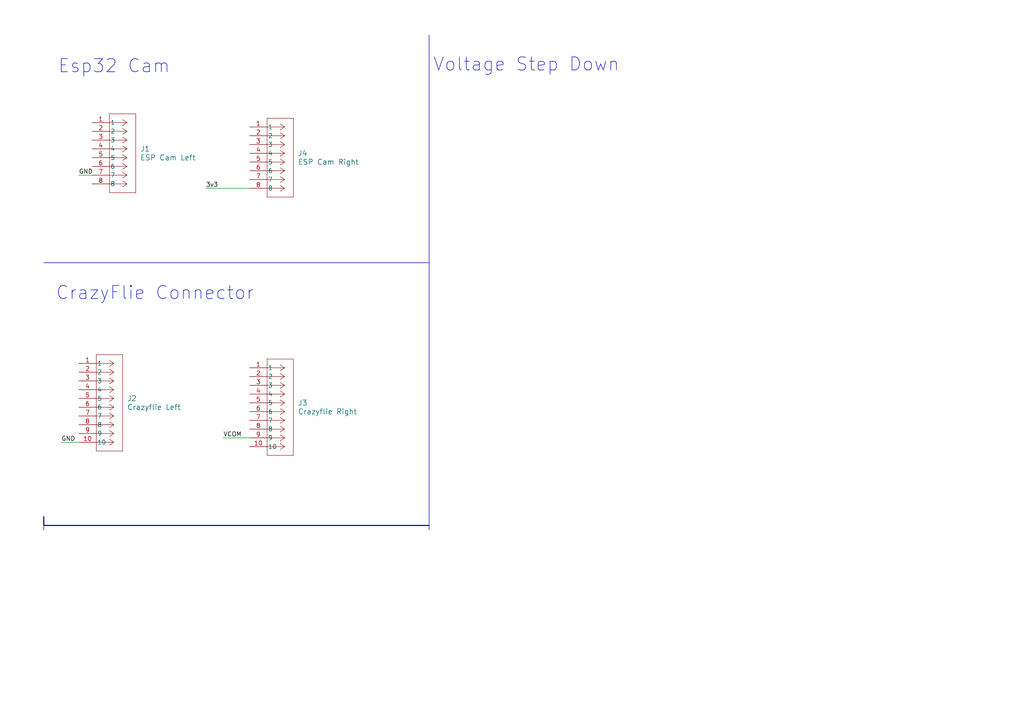
<source format=kicad_sch>
(kicad_sch (version 20231120) (generator "eeschema") (generator_version "8.0")
  (paper "A4")
  (lib_symbols
    (symbol "2024-03-30_19-43-28:NPTC081KFXC-RC" (pin_names (offset 0.254))
      (property "Reference" "J" (at 8.89 6.35 0))
      (property "Value" "NPTC081KFXC-RC" (at 0 0 0))
      (symbol "NPTC081KFXC-RC_1_1"
        (polyline (pts (xy 5.08 -20.32) (xy 12.7 -20.32)) (stroke (width 0.127)))
        (polyline (pts (xy 5.08 2.54) (xy 5.08 -20.32)) (stroke (width 0.127)))
        (polyline (pts (xy 10.16 -17.78) (xy 5.08 -17.78)) (stroke (width 0.127)))
        (polyline (pts (xy 10.16 -17.78) (xy 8.89 -18.6267)) (stroke (width 0.127)))
        (polyline (pts (xy 10.16 -17.78) (xy 8.89 -16.9333)) (stroke (width 0.127)))
        (polyline (pts (xy 10.16 -15.24) (xy 5.08 -15.24)) (stroke (width 0.127)))
        (polyline (pts (xy 10.16 -15.24) (xy 8.89 -16.0867)) (stroke (width 0.127)))
        (polyline (pts (xy 10.16 -15.24) (xy 8.89 -14.3933)) (stroke (width 0.127)))
        (polyline (pts (xy 10.16 -12.7) (xy 5.08 -12.7)) (stroke (width 0.127)))
        (polyline (pts (xy 10.16 -12.7) (xy 8.89 -13.5467)) (stroke (width 0.127)))
        (polyline (pts (xy 10.16 -12.7) (xy 8.89 -11.8533)) (stroke (width 0.127)))
        (polyline (pts (xy 10.16 -10.16) (xy 5.08 -10.16)) (stroke (width 0.127)))
        (polyline (pts (xy 10.16 -10.16) (xy 8.89 -11.0067)) (stroke (width 0.127)))
        (polyline (pts (xy 10.16 -10.16) (xy 8.89 -9.3133)) (stroke (width 0.127)))
        (polyline (pts (xy 10.16 -7.62) (xy 5.08 -7.62)) (stroke (width 0.127)))
        (polyline (pts (xy 10.16 -7.62) (xy 8.89 -8.4667)) (stroke (width 0.127)))
        (polyline (pts (xy 10.16 -7.62) (xy 8.89 -6.7733)) (stroke (width 0.127)))
        (polyline (pts (xy 10.16 -5.08) (xy 5.08 -5.08)) (stroke (width 0.127)))
        (polyline (pts (xy 10.16 -5.08) (xy 8.89 -5.9267)) (stroke (width 0.127)))
        (polyline (pts (xy 10.16 -5.08) (xy 8.89 -4.2333)) (stroke (width 0.127)))
        (polyline (pts (xy 10.16 -2.54) (xy 5.08 -2.54)) (stroke (width 0.127)))
        (polyline (pts (xy 10.16 -2.54) (xy 8.89 -3.3867)) (stroke (width 0.127)))
        (polyline (pts (xy 10.16 -2.54) (xy 8.89 -1.6933)) (stroke (width 0.127)))
        (polyline (pts (xy 10.16 0) (xy 5.08 0)) (stroke (width 0.127)))
        (polyline (pts (xy 10.16 0) (xy 8.89 -0.8467)) (stroke (width 0.127)))
        (polyline (pts (xy 10.16 0) (xy 8.89 0.8467)) (stroke (width 0.127)))
        (polyline (pts (xy 12.7 -20.32) (xy 12.7 2.54)) (stroke (width 0.127)))
        (polyline (pts (xy 12.7 2.54) (xy 5.08 2.54)) (stroke (width 0.127)))
        (pin unspecified line (at 0 0 0) (length 5.08) (name "1") (number "1"))
        (pin unspecified line (at 0 -2.54 0) (length 5.08) (name "2") (number "2"))
        (pin unspecified line (at 0 -5.08 0) (length 5.08) (name "3") (number "3"))
        (pin unspecified line (at 0 -7.62 0) (length 5.08) (name "4") (number "4"))
        (pin unspecified line (at 0 -10.16 0) (length 5.08) (name "5") (number "5"))
        (pin unspecified line (at 0 -12.7 0) (length 5.08) (name "6") (number "6"))
        (pin unspecified line (at 0 -15.24 0) (length 5.08) (name "7") (number "7"))
        (pin unspecified line (at 0 -17.78 0) (length 5.08) (name "8") (number "8"))
      )
      (symbol "NPTC081KFXC-RC_1_2"
        (polyline (pts (xy 5.08 -20.32) (xy 12.7 -20.32)) (stroke (width 0.127)))
        (polyline (pts (xy 5.08 2.54) (xy 5.08 -20.32)) (stroke (width 0.127)))
        (polyline (pts (xy 7.62 -17.78) (xy 5.08 -17.78)) (stroke (width 0.127)))
        (polyline (pts (xy 7.62 -17.78) (xy 8.89 -18.6267)) (stroke (width 0.127)))
        (polyline (pts (xy 7.62 -17.78) (xy 8.89 -16.9333)) (stroke (width 0.127)))
        (polyline (pts (xy 7.62 -15.24) (xy 5.08 -15.24)) (stroke (width 0.127)))
        (polyline (pts (xy 7.62 -15.24) (xy 8.89 -16.0867)) (stroke (width 0.127)))
        (polyline (pts (xy 7.62 -15.24) (xy 8.89 -14.3933)) (stroke (width 0.127)))
        (polyline (pts (xy 7.62 -12.7) (xy 5.08 -12.7)) (stroke (width 0.127)))
        (polyline (pts (xy 7.62 -12.7) (xy 8.89 -13.5467)) (stroke (width 0.127)))
        (polyline (pts (xy 7.62 -12.7) (xy 8.89 -11.8533)) (stroke (width 0.127)))
        (polyline (pts (xy 7.62 -10.16) (xy 5.08 -10.16)) (stroke (width 0.127)))
        (polyline (pts (xy 7.62 -10.16) (xy 8.89 -11.0067)) (stroke (width 0.127)))
        (polyline (pts (xy 7.62 -10.16) (xy 8.89 -9.3133)) (stroke (width 0.127)))
        (polyline (pts (xy 7.62 -7.62) (xy 5.08 -7.62)) (stroke (width 0.127)))
        (polyline (pts (xy 7.62 -7.62) (xy 8.89 -8.4667)) (stroke (width 0.127)))
        (polyline (pts (xy 7.62 -7.62) (xy 8.89 -6.7733)) (stroke (width 0.127)))
        (polyline (pts (xy 7.62 -5.08) (xy 5.08 -5.08)) (stroke (width 0.127)))
        (polyline (pts (xy 7.62 -5.08) (xy 8.89 -5.9267)) (stroke (width 0.127)))
        (polyline (pts (xy 7.62 -5.08) (xy 8.89 -4.2333)) (stroke (width 0.127)))
        (polyline (pts (xy 7.62 -2.54) (xy 5.08 -2.54)) (stroke (width 0.127)))
        (polyline (pts (xy 7.62 -2.54) (xy 8.89 -3.3867)) (stroke (width 0.127)))
        (polyline (pts (xy 7.62 -2.54) (xy 8.89 -1.6933)) (stroke (width 0.127)))
        (polyline (pts (xy 7.62 0) (xy 5.08 0)) (stroke (width 0.127)))
        (polyline (pts (xy 7.62 0) (xy 8.89 -0.8467)) (stroke (width 0.127)))
        (polyline (pts (xy 7.62 0) (xy 8.89 0.8467)) (stroke (width 0.127)))
        (polyline (pts (xy 12.7 -20.32) (xy 12.7 2.54)) (stroke (width 0.127)))
        (polyline (pts (xy 12.7 2.54) (xy 5.08 2.54)) (stroke (width 0.127)))
        (pin unspecified line (at 0 0 0) (length 5.08) (name "1") (number "1"))
        (pin unspecified line (at 0 -2.54 0) (length 5.08) (name "2") (number "2"))
        (pin unspecified line (at 0 -5.08 0) (length 5.08) (name "3") (number "3"))
        (pin unspecified line (at 0 -7.62 0) (length 5.08) (name "4") (number "4"))
        (pin unspecified line (at 0 -10.16 0) (length 5.08) (name "5") (number "5"))
        (pin unspecified line (at 0 -12.7 0) (length 5.08) (name "6") (number "6"))
        (pin unspecified line (at 0 -15.24 0) (length 5.08) (name "7") (number "7"))
        (pin unspecified line (at 0 -17.78 0) (length 5.08) (name "8") (number "8"))
      )
    )
    (symbol "2024-03-30_19-44-20:NPPN101BFLC-RC" (pin_names (offset 0.254))
      (property "Reference" "J" (at 8.89 6.35 0))
      (property "Value" "NPPN101BFLC-RC" (at 0 0 0))
      (symbol "NPPN101BFLC-RC_1_1"
        (polyline (pts (xy 5.08 -25.4) (xy 12.7 -25.4)) (stroke (width 0.127)))
        (polyline (pts (xy 5.08 2.54) (xy 5.08 -25.4)) (stroke (width 0.127)))
        (polyline (pts (xy 10.16 -22.86) (xy 5.08 -22.86)) (stroke (width 0.127)))
        (polyline (pts (xy 10.16 -22.86) (xy 8.89 -23.7067)) (stroke (width 0.127)))
        (polyline (pts (xy 10.16 -22.86) (xy 8.89 -22.0133)) (stroke (width 0.127)))
        (polyline (pts (xy 10.16 -20.32) (xy 5.08 -20.32)) (stroke (width 0.127)))
        (polyline (pts (xy 10.16 -20.32) (xy 8.89 -21.1667)) (stroke (width 0.127)))
        (polyline (pts (xy 10.16 -20.32) (xy 8.89 -19.4733)) (stroke (width 0.127)))
        (polyline (pts (xy 10.16 -17.78) (xy 5.08 -17.78)) (stroke (width 0.127)))
        (polyline (pts (xy 10.16 -17.78) (xy 8.89 -18.6267)) (stroke (width 0.127)))
        (polyline (pts (xy 10.16 -17.78) (xy 8.89 -16.9333)) (stroke (width 0.127)))
        (polyline (pts (xy 10.16 -15.24) (xy 5.08 -15.24)) (stroke (width 0.127)))
        (polyline (pts (xy 10.16 -15.24) (xy 8.89 -16.0867)) (stroke (width 0.127)))
        (polyline (pts (xy 10.16 -15.24) (xy 8.89 -14.3933)) (stroke (width 0.127)))
        (polyline (pts (xy 10.16 -12.7) (xy 5.08 -12.7)) (stroke (width 0.127)))
        (polyline (pts (xy 10.16 -12.7) (xy 8.89 -13.5467)) (stroke (width 0.127)))
        (polyline (pts (xy 10.16 -12.7) (xy 8.89 -11.8533)) (stroke (width 0.127)))
        (polyline (pts (xy 10.16 -10.16) (xy 5.08 -10.16)) (stroke (width 0.127)))
        (polyline (pts (xy 10.16 -10.16) (xy 8.89 -11.0067)) (stroke (width 0.127)))
        (polyline (pts (xy 10.16 -10.16) (xy 8.89 -9.3133)) (stroke (width 0.127)))
        (polyline (pts (xy 10.16 -7.62) (xy 5.08 -7.62)) (stroke (width 0.127)))
        (polyline (pts (xy 10.16 -7.62) (xy 8.89 -8.4667)) (stroke (width 0.127)))
        (polyline (pts (xy 10.16 -7.62) (xy 8.89 -6.7733)) (stroke (width 0.127)))
        (polyline (pts (xy 10.16 -5.08) (xy 5.08 -5.08)) (stroke (width 0.127)))
        (polyline (pts (xy 10.16 -5.08) (xy 8.89 -5.9267)) (stroke (width 0.127)))
        (polyline (pts (xy 10.16 -5.08) (xy 8.89 -4.2333)) (stroke (width 0.127)))
        (polyline (pts (xy 10.16 -2.54) (xy 5.08 -2.54)) (stroke (width 0.127)))
        (polyline (pts (xy 10.16 -2.54) (xy 8.89 -3.3867)) (stroke (width 0.127)))
        (polyline (pts (xy 10.16 -2.54) (xy 8.89 -1.6933)) (stroke (width 0.127)))
        (polyline (pts (xy 10.16 0) (xy 5.08 0)) (stroke (width 0.127)))
        (polyline (pts (xy 10.16 0) (xy 8.89 -0.8467)) (stroke (width 0.127)))
        (polyline (pts (xy 10.16 0) (xy 8.89 0.8467)) (stroke (width 0.127)))
        (polyline (pts (xy 12.7 -25.4) (xy 12.7 2.54)) (stroke (width 0.127)))
        (polyline (pts (xy 12.7 2.54) (xy 5.08 2.54)) (stroke (width 0.127)))
        (pin unspecified line (at 0 0 0) (length 5.08) (name "1") (number "1"))
        (pin unspecified line (at 0 -22.86 0) (length 5.08) (name "10") (number "10"))
        (pin unspecified line (at 0 -2.54 0) (length 5.08) (name "2") (number "2"))
        (pin unspecified line (at 0 -5.08 0) (length 5.08) (name "3") (number "3"))
        (pin unspecified line (at 0 -7.62 0) (length 5.08) (name "4") (number "4"))
        (pin unspecified line (at 0 -10.16 0) (length 5.08) (name "5") (number "5"))
        (pin unspecified line (at 0 -12.7 0) (length 5.08) (name "6") (number "6"))
        (pin unspecified line (at 0 -15.24 0) (length 5.08) (name "7") (number "7"))
        (pin unspecified line (at 0 -17.78 0) (length 5.08) (name "8") (number "8"))
        (pin unspecified line (at 0 -20.32 0) (length 5.08) (name "9") (number "9"))
      )
      (symbol "NPPN101BFLC-RC_1_2"
        (polyline (pts (xy 5.08 -25.4) (xy 12.7 -25.4)) (stroke (width 0.127)))
        (polyline (pts (xy 5.08 2.54) (xy 5.08 -25.4)) (stroke (width 0.127)))
        (polyline (pts (xy 7.62 -22.86) (xy 5.08 -22.86)) (stroke (width 0.127)))
        (polyline (pts (xy 7.62 -22.86) (xy 8.89 -23.7067)) (stroke (width 0.127)))
        (polyline (pts (xy 7.62 -22.86) (xy 8.89 -22.0133)) (stroke (width 0.127)))
        (polyline (pts (xy 7.62 -20.32) (xy 5.08 -20.32)) (stroke (width 0.127)))
        (polyline (pts (xy 7.62 -20.32) (xy 8.89 -21.1667)) (stroke (width 0.127)))
        (polyline (pts (xy 7.62 -20.32) (xy 8.89 -19.4733)) (stroke (width 0.127)))
        (polyline (pts (xy 7.62 -17.78) (xy 5.08 -17.78)) (stroke (width 0.127)))
        (polyline (pts (xy 7.62 -17.78) (xy 8.89 -18.6267)) (stroke (width 0.127)))
        (polyline (pts (xy 7.62 -17.78) (xy 8.89 -16.9333)) (stroke (width 0.127)))
        (polyline (pts (xy 7.62 -15.24) (xy 5.08 -15.24)) (stroke (width 0.127)))
        (polyline (pts (xy 7.62 -15.24) (xy 8.89 -16.0867)) (stroke (width 0.127)))
        (polyline (pts (xy 7.62 -15.24) (xy 8.89 -14.3933)) (stroke (width 0.127)))
        (polyline (pts (xy 7.62 -12.7) (xy 5.08 -12.7)) (stroke (width 0.127)))
        (polyline (pts (xy 7.62 -12.7) (xy 8.89 -13.5467)) (stroke (width 0.127)))
        (polyline (pts (xy 7.62 -12.7) (xy 8.89 -11.8533)) (stroke (width 0.127)))
        (polyline (pts (xy 7.62 -10.16) (xy 5.08 -10.16)) (stroke (width 0.127)))
        (polyline (pts (xy 7.62 -10.16) (xy 8.89 -11.0067)) (stroke (width 0.127)))
        (polyline (pts (xy 7.62 -10.16) (xy 8.89 -9.3133)) (stroke (width 0.127)))
        (polyline (pts (xy 7.62 -7.62) (xy 5.08 -7.62)) (stroke (width 0.127)))
        (polyline (pts (xy 7.62 -7.62) (xy 8.89 -8.4667)) (stroke (width 0.127)))
        (polyline (pts (xy 7.62 -7.62) (xy 8.89 -6.7733)) (stroke (width 0.127)))
        (polyline (pts (xy 7.62 -5.08) (xy 5.08 -5.08)) (stroke (width 0.127)))
        (polyline (pts (xy 7.62 -5.08) (xy 8.89 -5.9267)) (stroke (width 0.127)))
        (polyline (pts (xy 7.62 -5.08) (xy 8.89 -4.2333)) (stroke (width 0.127)))
        (polyline (pts (xy 7.62 -2.54) (xy 5.08 -2.54)) (stroke (width 0.127)))
        (polyline (pts (xy 7.62 -2.54) (xy 8.89 -3.3867)) (stroke (width 0.127)))
        (polyline (pts (xy 7.62 -2.54) (xy 8.89 -1.6933)) (stroke (width 0.127)))
        (polyline (pts (xy 7.62 0) (xy 5.08 0)) (stroke (width 0.127)))
        (polyline (pts (xy 7.62 0) (xy 8.89 -0.8467)) (stroke (width 0.127)))
        (polyline (pts (xy 7.62 0) (xy 8.89 0.8467)) (stroke (width 0.127)))
        (polyline (pts (xy 12.7 -25.4) (xy 12.7 2.54)) (stroke (width 0.127)))
        (polyline (pts (xy 12.7 2.54) (xy 5.08 2.54)) (stroke (width 0.127)))
        (pin unspecified line (at 0 0 0) (length 5.08) (name "1") (number "1"))
        (pin unspecified line (at 0 -22.86 0) (length 5.08) (name "10") (number "10"))
        (pin unspecified line (at 0 -2.54 0) (length 5.08) (name "2") (number "2"))
        (pin unspecified line (at 0 -5.08 0) (length 5.08) (name "3") (number "3"))
        (pin unspecified line (at 0 -7.62 0) (length 5.08) (name "4") (number "4"))
        (pin unspecified line (at 0 -10.16 0) (length 5.08) (name "5") (number "5"))
        (pin unspecified line (at 0 -12.7 0) (length 5.08) (name "6") (number "6"))
        (pin unspecified line (at 0 -15.24 0) (length 5.08) (name "7") (number "7"))
        (pin unspecified line (at 0 -17.78 0) (length 5.08) (name "8") (number "8"))
        (pin unspecified line (at 0 -20.32 0) (length 5.08) (name "9") (number "9"))
      )
    )
  )
  (wire (pts (xy 64.77 127) (xy 72.39 127)))
  (wire (pts (xy 17.78 128.27) (xy 22.86 128.27)))
  (bus (pts (xy 12.7 149.86) (xy 12.7 152.4)))
  (wire (pts (xy 59.69 54.61) (xy 72.39 54.61)))
  (bus (pts (xy 124.46 152.4) (xy 12.7 152.4)))
  (polyline (pts (xy 124.46 76.2) (xy 124.46 153.67)))
  (polyline (pts (xy 124.46 10.16) (xy 124.46 76.2)))
  (polyline (pts (xy 12.7 76.2) (xy 124.46 76.2)))
  (polyline (pts (xy 12.7 151.13) (xy 12.7 153.67)))
  (wire (pts (xy 22.86 50.8) (xy 26.67 50.8)))
  (text "Voltage Step Down" (at 152.654 18.796 0) (effects (font (size 3.81 3.81))))
  (text "Esp32 Cam " (at 34.544 19.304 0) (effects (font (size 3.81 3.81))))
  (text "CrazyFlie Connector" (at 44.958 85.09 0) (effects (font (size 3.81 3.81))))
  (label "VCOM" (at 64.77 127 0))
  (label "GND" (at 17.78 128.27 0))
  (label "3v3" (at 59.69 54.61 0))
  (label "GND" (at 22.86 50.8 0))
  (symbol (lib_id "2024-03-30_19-44-20:NPPN101BFLC-RC") (at 72.39 106.68 0) (unit 1)
    (property "Reference" "J3" (at 86.36 116.8399 0) (effects (font (size 1.524 1.524)) (justify left)))
    (property "Value" "Crazyflie Right" (at 86.36 119.3799 0) (effects (font (size 1.524 1.524)) (justify left)))
    (property "Footprint" "CONN10X1_NPPN101BFLC-RC_SUL" (effects (hide yes)))
    (property "Datasheet" "NPPN101BFLC-RC" (effects (hide yes)))
  )
  (symbol (lib_id "2024-03-30_19-43-28:NPTC081KFXC-RC") (at 26.67 35.56 0) (unit 1)
    (property "Reference" "J1" (at 40.64 43.1799 0) (effects (font (size 1.524 1.524)) (justify left)))
    (property "Value" "ESP Cam Left" (at 40.64 45.7199 0) (effects (font (size 1.524 1.524)) (justify left)))
    (property "Footprint" "CONN_NPTC081KFXC-RC_SUL" (effects (hide yes)))
    (property "Datasheet" "NPTC081KFXC-RC" (effects (hide yes)))
  )
  (symbol (lib_id "2024-03-30_19-44-20:NPPN101BFLC-RC") (at 22.86 105.41 0) (unit 1)
    (property "Reference" "J2" (at 36.83 115.5699 0) (effects (font (size 1.524 1.524)) (justify left)))
    (property "Value" "Crazyflie Left" (at 36.83 118.1099 0) (effects (font (size 1.524 1.524)) (justify left)))
    (property "Footprint" "CONN10X1_NPPN101BFLC-RC_SUL" (effects (hide yes)))
    (property "Datasheet" "NPPN101BFLC-RC" (effects (hide yes)))
  )
  (symbol (lib_id "2024-03-30_19-43-28:NPTC081KFXC-RC") (at 72.39 36.83 0) (unit 1)
    (property "Reference" "J4" (at 86.36 44.4499 0) (effects (font (size 1.524 1.524)) (justify left)))
    (property "Value" "ESP Cam Right" (at 86.36 46.9899 0) (effects (font (size 1.524 1.524)) (justify left)))
    (property "Footprint" "CONN_NPTC081KFXC-RC_SUL" (effects (hide yes)))
    (property "Datasheet" "NPTC081KFXC-RC" (effects (hide yes)))
  )
)
</source>
